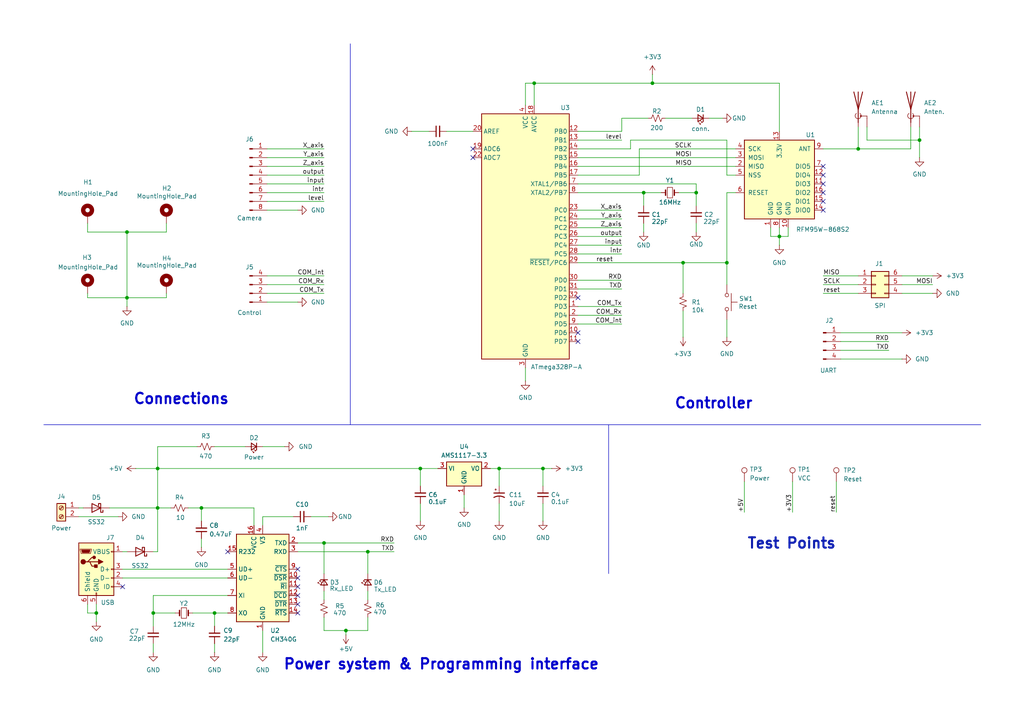
<source format=kicad_sch>
(kicad_sch (version 20231120) (generator "eeschema") (generator_version "8.0")
  (paper "A4")
  (title_block (title "Communication board schematic") (date "2024-07-08") (company "SCHOOL OF AIR DEFENCE - TANGA"))
  (lib_symbols
    (symbol "Connector:Conn_01x04_Pin" (pin_names (offset 1.016) hide)
      (property "Reference" "J" (at 0 5.08 0))
      (property "Value" "Conn_01x04_Pin" (at 0 -7.62 0))
      (symbol "Conn_01x04_Pin_1_1"
        (pin passive line (at 5.08 2.54 180) (length 3.81) (name "Pin_1") (number "1"))
        (pin passive line (at 5.08 0 180) (length 3.81) (name "Pin_2") (number "2"))
        (pin passive line (at 5.08 -2.54 180) (length 3.81) (name "Pin_3") (number "3"))
        (pin passive line (at 5.08 -5.08 180) (length 3.81) (name "Pin_4") (number "4"))
      )
    )
    (symbol "Connector:Conn_01x08_Pin" (pin_names (offset 1.016) hide)
      (property "Reference" "J" (at 0 10.16 0))
      (property "Value" "Conn_01x08_Pin" (at 0 -12.7 0))
      (symbol "Conn_01x08_Pin_1_1"
        (pin passive line (at 5.08 7.62 180) (length 3.81) (name "Pin_1") (number "1"))
        (pin passive line (at 5.08 5.08 180) (length 3.81) (name "Pin_2") (number "2"))
        (pin passive line (at 5.08 2.54 180) (length 3.81) (name "Pin_3") (number "3"))
        (pin passive line (at 5.08 0 180) (length 3.81) (name "Pin_4") (number "4"))
        (pin passive line (at 5.08 -2.54 180) (length 3.81) (name "Pin_5") (number "5"))
        (pin passive line (at 5.08 -5.08 180) (length 3.81) (name "Pin_6") (number "6"))
        (pin passive line (at 5.08 -7.62 180) (length 3.81) (name "Pin_7") (number "7"))
        (pin passive line (at 5.08 -10.16 180) (length 3.81) (name "Pin_8") (number "8"))
      )
    )
    (symbol "Connector:Screw_Terminal_01x02" (pin_names (offset 1.016) hide)
      (property "Reference" "J" (at 0 2.54 0))
      (property "Value" "Screw_Terminal_01x02" (at 0 -5.08 0))
      (symbol "Screw_Terminal_01x02_1_1"
        (pin passive line (at -5.08 0 0) (length 3.81) (name "Pin_1") (number "1"))
        (pin passive line (at -5.08 -2.54 0) (length 3.81) (name "Pin_2") (number "2"))
      )
    )
    (symbol "Connector:TestPoint" (pin_numbers hide) (pin_names (offset 0.762) hide)
      (property "Reference" "TP" (at 0 6.858 0))
      (property "Value" "TestPoint" (at 0 5.08 0))
      (symbol "TestPoint_1_1"
        (pin passive line (at 0 0 90) (length 2.54) (name "1") (number "1"))
      )
    )
    (symbol "Connector:USB_B_Micro" (pin_names (offset 1.016))
      (property "Reference" "J" (at -5.08 11.43 0))
      (property "Value" "USB_B_Micro" (at -5.08 8.89 0))
      (symbol "USB_B_Micro_1_1"
        (pin power_out line (at 7.62 5.08 180) (length 2.54) (name "VBUS") (number "1"))
        (pin bidirectional line (at 7.62 -2.54 180) (length 2.54) (name "D-") (number "2"))
        (pin bidirectional line (at 7.62 0 180) (length 2.54) (name "D+") (number "3"))
        (pin passive line (at 7.62 -5.08 180) (length 2.54) (name "ID") (number "4"))
        (pin power_out line (at 0 -10.16 90) (length 2.54) (name "GND") (number "5"))
        (pin passive line (at -2.54 -10.16 90) (length 2.54) (name "Shield") (number "6"))
      )
    )
    (symbol "Connector_Generic:Conn_02x03_Counter_Clockwise" (pin_names (offset 1.016) hide)
      (property "Reference" "J" (at 1.27 5.08 0))
      (property "Value" "Conn_02x03_Counter_Clockwise" (at 1.27 -5.08 0))
      (symbol "Conn_02x03_Counter_Clockwise_1_1"
        (pin passive line (at -5.08 2.54 0) (length 3.81) (name "Pin_1") (number "1"))
        (pin passive line (at -5.08 0 0) (length 3.81) (name "Pin_2") (number "2"))
        (pin passive line (at -5.08 -2.54 0) (length 3.81) (name "Pin_3") (number "3"))
        (pin passive line (at 7.62 -2.54 180) (length 3.81) (name "Pin_4") (number "4"))
        (pin passive line (at 7.62 0 180) (length 3.81) (name "Pin_5") (number "5"))
        (pin passive line (at 7.62 2.54 180) (length 3.81) (name "Pin_6") (number "6"))
      )
    )
    (symbol "Device:Antenna_Shield" (pin_numbers hide) (pin_names (offset 1.016) hide)
      (property "Reference" "AE" (at -1.905 4.445 0))
      (property "Value" "Antenna_Shield" (at -1.905 2.54 0))
      (symbol "Antenna_Shield_1_1"
        (pin input line (at 0 -5.08 90) (length 2.54) (name "A") (number "1"))
        (pin input line (at 2.54 -5.08 90) (length 2.54) (name "Shield") (number "2"))
      )
    )
    (symbol "Device:C_Polarized_Small_US" (pin_numbers hide) (pin_names (offset 0.254) hide)
      (property "Reference" "C" (at 0.254 1.778 0))
      (property "Value" "C_Polarized_Small_US" (at 0.254 -2.032 0))
      (symbol "C_Polarized_Small_US_1_1"
        (pin passive line (at 0 2.54 270) (length 2.032) (name "~") (number "1"))
        (pin passive line (at 0 -2.54 90) (length 2.032) (name "~") (number "2"))
      )
    )
    (symbol "Device:C_Small" (pin_numbers hide) (pin_names (offset 0.254) hide)
      (property "Reference" "C" (at 0.254 1.778 0))
      (property "Value" "C_Small" (at 0.254 -2.032 0))
      (symbol "C_Small_1_1"
        (pin passive line (at 0 2.54 270) (length 2.032) (name "~") (number "1"))
        (pin passive line (at 0 -2.54 90) (length 2.032) (name "~") (number "2"))
      )
    )
    (symbol "Device:Crystal_Small" (pin_numbers hide) (pin_names (offset 1.016) hide)
      (property "Reference" "Y" (at 0 2.54 0))
      (property "Value" "Crystal_Small" (at 0 -2.54 0))
      (symbol "Crystal_Small_1_1"
        (pin passive line (at -2.54 0 0) (length 1.27) (name "1") (number "1"))
        (pin passive line (at 2.54 0 180) (length 1.27) (name "2") (number "2"))
      )
    )
    (symbol "Device:LED_Small" (pin_numbers hide) (pin_names (offset 0.254) hide)
      (property "Reference" "D" (at -1.27 3.175 0))
      (property "Value" "LED_Small" (at -4.445 -2.54 0))
      (symbol "LED_Small_1_1"
        (pin passive line (at -2.54 0 0) (length 1.778) (name "K") (number "1"))
        (pin passive line (at 2.54 0 180) (length 1.778) (name "A") (number "2"))
      )
    )
    (symbol "Device:R_Small_US" (pin_numbers hide) (pin_names (offset 0.254) hide)
      (property "Reference" "R" (at 0.762 0.508 0))
      (property "Value" "R_Small_US" (at 0.762 -1.016 0))
      (symbol "R_Small_US_1_1"
        (pin passive line (at 0 2.54 270) (length 1.016) (name "~") (number "1"))
        (pin passive line (at 0 -2.54 90) (length 1.016) (name "~") (number "2"))
      )
    )
    (symbol "Diode:SS32" (pin_numbers hide) (pin_names (offset 1.016) hide)
      (property "Reference" "D" (at 0 2.54 0))
      (property "Value" "SS32" (at 0 -2.54 0))
      (symbol "SS32_1_1"
        (pin passive line (at -3.81 0 0) (length 2.54) (name "K") (number "1"))
        (pin passive line (at 3.81 0 180) (length 2.54) (name "A") (number "2"))
      )
    )
    (symbol "Interface_USB:CH340G"
      (property "Reference" "U" (at -5.08 13.97 0))
      (property "Value" "CH340G" (at 1.27 13.97 0))
      (symbol "CH340G_1_1"
        (pin power_in line (at 0 -15.24 90) (length 2.54) (name "GND") (number "1"))
        (pin input line (at 10.16 0 180) (length 2.54) (name "~{DSR}") (number "10"))
        (pin input line (at 10.16 -2.54 180) (length 2.54) (name "~{RI}") (number "11"))
        (pin input line (at 10.16 -5.08 180) (length 2.54) (name "~{DCD}") (number "12"))
        (pin output line (at 10.16 -7.62 180) (length 2.54) (name "~{DTR}") (number "13"))
        (pin output line (at 10.16 -10.16 180) (length 2.54) (name "~{RTS}") (number "14"))
        (pin input line (at -10.16 7.62 0) (length 2.54) (name "R232") (number "15"))
        (pin power_in line (at -2.54 15.24 270) (length 2.54) (name "VCC") (number "16"))
        (pin output line (at 10.16 10.16 180) (length 2.54) (name "TXD") (number "2"))
        (pin input line (at 10.16 7.62 180) (length 2.54) (name "RXD") (number "3"))
        (pin power_out line (at 0 15.24 270) (length 2.54) (name "V3") (number "4"))
        (pin bidirectional line (at -10.16 2.54 0) (length 2.54) (name "UD+") (number "5"))
        (pin bidirectional line (at -10.16 0 0) (length 2.54) (name "UD-") (number "6"))
        (pin input line (at -10.16 -5.08 0) (length 2.54) (name "XI") (number "7"))
        (pin output line (at -10.16 -10.16 0) (length 2.54) (name "XO") (number "8"))
        (pin input line (at 10.16 2.54 180) (length 2.54) (name "~{CTS}") (number "9"))
      )
    )
    (symbol "MCU_Microchip_ATmega:ATmega328P-A"
      (property "Reference" "U" (at -12.7 36.83 0))
      (property "Value" "ATmega328P-A" (at 2.54 -36.83 0))
      (symbol "ATmega328P-A_1_1"
        (pin bidirectional line (at 15.24 -20.32 180) (length 2.54) (name "PD3") (number "1"))
        (pin bidirectional line (at 15.24 -27.94 180) (length 2.54) (name "PD6") (number "10"))
        (pin bidirectional line (at 15.24 -30.48 180) (length 2.54) (name "PD7") (number "11"))
        (pin bidirectional line (at 15.24 30.48 180) (length 2.54) (name "PB0") (number "12"))
        (pin bidirectional line (at 15.24 27.94 180) (length 2.54) (name "PB1") (number "13"))
        (pin bidirectional line (at 15.24 25.4 180) (length 2.54) (name "PB2") (number "14"))
        (pin bidirectional line (at 15.24 22.86 180) (length 2.54) (name "PB3") (number "15"))
        (pin bidirectional line (at 15.24 20.32 180) (length 2.54) (name "PB4") (number "16"))
        (pin bidirectional line (at 15.24 17.78 180) (length 2.54) (name "PB5") (number "17"))
        (pin power_in line (at 2.54 38.1 270) (length 2.54) (name "AVCC") (number "18"))
        (pin input line (at -15.24 25.4 0) (length 2.54) (name "ADC6") (number "19"))
        (pin bidirectional line (at 15.24 -22.86 180) (length 2.54) (name "PD4") (number "2"))
        (pin passive line (at -15.24 30.48 0) (length 2.54) (name "AREF") (number "20"))
        (pin passive line (at 0 -38.1 90) (length 2.54) hide (name "GND") (number "21"))
        (pin input line (at -15.24 22.86 0) (length 2.54) (name "ADC7") (number "22"))
        (pin bidirectional line (at 15.24 7.62 180) (length 2.54) (name "PC0") (number "23"))
        (pin bidirectional line (at 15.24 5.08 180) (length 2.54) (name "PC1") (number "24"))
        (pin bidirectional line (at 15.24 2.54 180) (length 2.54) (name "PC2") (number "25"))
        (pin bidirectional line (at 15.24 0 180) (length 2.54) (name "PC3") (number "26"))
        (pin bidirectional line (at 15.24 -2.54 180) (length 2.54) (name "PC4") (number "27"))
        (pin bidirectional line (at 15.24 -5.08 180) (length 2.54) (name "PC5") (number "28"))
        (pin bidirectional line (at 15.24 -7.62 180) (length 2.54) (name "~{RESET}/PC6") (number "29"))
        (pin power_in line (at 0 -38.1 90) (length 2.54) (name "GND") (number "3"))
        (pin bidirectional line (at 15.24 -12.7 180) (length 2.54) (name "PD0") (number "30"))
        (pin bidirectional line (at 15.24 -15.24 180) (length 2.54) (name "PD1") (number "31"))
        (pin bidirectional line (at 15.24 -17.78 180) (length 2.54) (name "PD2") (number "32"))
        (pin power_in line (at 0 38.1 270) (length 2.54) (name "VCC") (number "4"))
        (pin passive line (at 0 -38.1 90) (length 2.54) hide (name "GND") (number "5"))
        (pin passive line (at 0 38.1 270) (length 2.54) hide (name "VCC") (number "6"))
        (pin bidirectional line (at 15.24 15.24 180) (length 2.54) (name "XTAL1/PB6") (number "7"))
        (pin bidirectional line (at 15.24 12.7 180) (length 2.54) (name "XTAL2/PB7") (number "8"))
        (pin bidirectional line (at 15.24 -25.4 180) (length 2.54) (name "PD5") (number "9"))
      )
    )
    (symbol "Mechanical:MountingHole_Pad" (pin_numbers hide) (pin_names (offset 1.016) hide) (exclude_from_sim yes) (in_bom no)
      (property "Reference" "H" (at 0 6.35 0))
      (property "Value" "MountingHole_Pad" (at 0 4.445 0))
      (symbol "MountingHole_Pad_1_1"
        (pin input line (at 0 -2.54 90) (length 2.54) (name "1") (number "1"))
      )
    )
    (symbol "RF_Module:RFM95W-868S2" (pin_names (offset 1.016))
      (property "Reference" "U" (at -10.414 11.684 0))
      (property "Value" "RFM95W-868S2" (at 1.524 11.43 0))
      (symbol "RFM95W-868S2_1_1"
        (pin power_in line (at -2.54 -15.24 90) (length 2.54) (name "GND") (number "1"))
        (pin power_in line (at 2.54 -15.24 90) (length 2.54) (name "GND") (number "10"))
        (pin bidirectional line (at 12.7 -2.54 180) (length 2.54) (name "DIO3") (number "11"))
        (pin bidirectional line (at 12.7 0 180) (length 2.54) (name "DIO4") (number "12"))
        (pin power_in line (at 0 12.7 270) (length 2.54) (name "3.3V") (number "13"))
        (pin bidirectional line (at 12.7 -10.16 180) (length 2.54) (name "DIO0") (number "14"))
        (pin bidirectional line (at 12.7 -7.62 180) (length 2.54) (name "DIO1") (number "15"))
        (pin bidirectional line (at 12.7 -5.08 180) (length 2.54) (name "DIO2") (number "16"))
        (pin output line (at -12.7 2.54 0) (length 2.54) (name "MISO") (number "2"))
        (pin input line (at -12.7 5.08 0) (length 2.54) (name "MOSI") (number "3"))
        (pin input line (at -12.7 7.62 0) (length 2.54) (name "SCK") (number "4"))
        (pin input line (at -12.7 0 0) (length 2.54) (name "NSS") (number "5"))
        (pin bidirectional line (at -12.7 -5.08 0) (length 2.54) (name "RESET") (number "6"))
        (pin bidirectional line (at 12.7 2.54 180) (length 2.54) (name "DIO5") (number "7"))
        (pin power_in line (at 0 -15.24 90) (length 2.54) (name "GND") (number "8"))
        (pin bidirectional line (at 12.7 7.62 180) (length 2.54) (name "ANT") (number "9"))
      )
    )
    (symbol "Regulator_Linear:AMS1117-3.3"
      (property "Reference" "U" (at -3.81 3.175 0))
      (property "Value" "AMS1117-3.3" (at 0 3.175 0))
      (symbol "AMS1117-3.3_1_1"
        (pin power_in line (at 0 -7.62 90) (length 2.54) (name "GND") (number "1"))
        (pin power_out line (at 7.62 0 180) (length 2.54) (name "VO") (number "2"))
        (pin power_in line (at -7.62 0 0) (length 2.54) (name "VI") (number "3"))
      )
    )
    (symbol "Switch:SW_Push" (pin_numbers hide) (pin_names (offset 1.016) hide)
      (property "Reference" "SW" (at 1.27 2.54 0))
      (property "Value" "SW_Push" (at 0 -1.524 0))
      (symbol "SW_Push_0_1"
        (pin passive line (at -5.08 0 0) (length 2.54) (name "1") (number "1"))
        (pin passive line (at 5.08 0 180) (length 2.54) (name "2") (number "2"))
      )
    )
    (symbol "power:+5V" (power) (pin_numbers hide) (pin_names (offset 0) hide)
      (property "Value" "+5V" (at 0 3.556 0))
      (symbol "+5V_1_1"
        (pin power_in line (at 0 0 90) (length 0) (name "~") (number "1"))
      )
    )
    (symbol "power:GND" (power) (pin_numbers hide) (pin_names (offset 0) hide)
      (property "Value" "GND" (at 0 -3.81 0))
      (symbol "GND_1_1"
        (pin power_in line (at 0 0 270) (length 0) (name "~") (number "1"))
      )
    )
  )
  (junction (at 198.12 76.2))
  (junction (at 144.78 135.89))
  (junction (at 93.98 157.48))
  (junction (at 186.69 55.88))
  (junction (at 154.94 24.13))
  (junction (at 248.92 43.18))
  (junction (at 189.23 24.13))
  (junction (at 201.93 55.88))
  (junction (at 266.7 40.64))
  (junction (at 226.06 68.58))
  (junction (at 100.33 182.88))
  (junction (at 62.23 177.8))
  (junction (at 121.92 135.89))
  (junction (at 45.72 135.89))
  (junction (at 210.82 76.2))
  (junction (at 27.94 177.8))
  (junction (at 157.48 135.89))
  (junction (at 36.83 86.36))
  (junction (at 44.45 177.8))
  (junction (at 45.72 147.32))
  (junction (at 36.83 67.31))
  (junction (at 58.42 147.32))
  (junction (at 106.68 160.02))
  (no_connect (at 167.64 96.52))
  (no_connect (at 86.36 175.26))
  (no_connect (at 238.76 60.96))
  (no_connect (at 35.56 170.18))
  (no_connect (at 137.16 45.72))
  (no_connect (at 86.36 170.18))
  (no_connect (at 137.16 43.18))
  (no_connect (at 238.76 58.42))
  (no_connect (at 86.36 165.1))
  (no_connect (at 66.04 160.02))
  (no_connect (at 238.76 48.26))
  (no_connect (at 86.36 172.72))
  (no_connect (at 238.76 50.8))
  (no_connect (at 86.36 177.8))
  (no_connect (at 238.76 55.88))
  (no_connect (at 86.36 167.64))
  (no_connect (at 167.64 99.06))
  (no_connect (at 238.76 53.34))
  (no_connect (at 167.64 86.36))
  (wire (pts (xy 22.86 149.86) (xy 34.29 149.86)))
  (wire (pts (xy 167.64 93.98) (xy 180.34 93.98)))
  (wire (pts (xy 251.46 36.83) (xy 251.46 40.64)))
  (wire (pts (xy 157.48 135.89) (xy 160.02 135.89)))
  (wire (pts (xy 62.23 129.54) (xy 71.12 129.54)))
  (wire (pts (xy 25.4 175.26) (xy 25.4 177.8)))
  (wire (pts (xy 243.84 96.52) (xy 261.62 96.52)))
  (wire (pts (xy 210.82 40.64) (xy 210.82 50.8)))
  (wire (pts (xy 25.4 85.09) (xy 25.4 86.36)))
  (wire (pts (xy 62.23 177.8) (xy 62.23 181.61)))
  (wire (pts (xy 48.26 67.31) (xy 36.83 67.31)))
  (wire (pts (xy 93.98 179.07) (xy 93.98 182.88)))
  (wire (pts (xy 185.42 43.18) (xy 185.42 50.8)))
  (wire (pts (xy 210.82 55.88) (xy 210.82 76.2)))
  (wire (pts (xy 226.06 66.04) (xy 226.06 68.58)))
  (wire (pts (xy 90.17 149.86) (xy 95.25 149.86)))
  (wire (pts (xy 35.56 167.64) (xy 66.04 167.64)))
  (wire (pts (xy 213.36 55.88) (xy 210.82 55.88)))
  (wire (pts (xy 167.64 68.58) (xy 180.34 68.58)))
  (wire (pts (xy 185.42 43.18) (xy 213.36 43.18)))
  (wire (pts (xy 45.72 147.32) (xy 45.72 160.02)))
  (wire (pts (xy 157.48 135.89) (xy 157.48 140.97)))
  (wire (pts (xy 189.23 21.59) (xy 189.23 24.13)))
  (wire (pts (xy 154.94 24.13) (xy 154.94 30.48)))
  (wire (pts (xy 44.45 177.8) (xy 44.45 181.61)))
  (wire (pts (xy 36.83 86.36) (xy 36.83 88.9)))
  (wire (pts (xy 100.33 182.88) (xy 100.33 184.15)))
  (wire (pts (xy 261.62 80.01) (xy 270.51 80.01)))
  (wire (pts (xy 77.47 58.42) (xy 93.98 58.42)))
  (wire (pts (xy 226.06 38.1) (xy 226.06 24.13)))
  (wire (pts (xy 201.93 53.34) (xy 201.93 55.88)))
  (wire (pts (xy 44.45 160.02) (xy 45.72 160.02)))
  (wire (pts (xy 223.52 66.04) (xy 223.52 68.58)))
  (wire (pts (xy 201.93 55.88) (xy 201.93 59.69)))
  (wire (pts (xy 36.83 86.36) (xy 48.26 86.36)))
  (wire (pts (xy 266.7 40.64) (xy 266.7 45.72)))
  (polyline (pts (xy 12.7 123.19) (xy 176.53 123.19)))
  (wire (pts (xy 167.64 73.66) (xy 180.34 73.66)))
  (wire (pts (xy 76.2 149.86) (xy 76.2 152.4)))
  (wire (pts (xy 186.69 55.88) (xy 186.69 59.69)))
  (wire (pts (xy 35.56 160.02) (xy 36.83 160.02)))
  (wire (pts (xy 62.23 186.69) (xy 62.23 189.23)))
  (wire (pts (xy 93.98 171.45) (xy 93.98 173.99)))
  (wire (pts (xy 44.45 172.72) (xy 66.04 172.72)))
  (wire (pts (xy 77.47 80.01) (xy 93.98 80.01)))
  (wire (pts (xy 228.6 66.04) (xy 228.6 68.58)))
  (wire (pts (xy 119.38 38.1) (xy 124.46 38.1)))
  (wire (pts (xy 121.92 146.05) (xy 121.92 151.13)))
  (wire (pts (xy 82.55 129.54) (xy 76.2 129.54)))
  (wire (pts (xy 193.04 34.29) (xy 200.66 34.29)))
  (wire (pts (xy 106.68 182.88) (xy 106.68 179.07)))
  (wire (pts (xy 48.26 86.36) (xy 48.26 85.09)))
  (wire (pts (xy 210.82 50.8) (xy 213.36 50.8)))
  (wire (pts (xy 167.64 63.5) (xy 180.34 63.5)))
  (wire (pts (xy 93.98 157.48) (xy 114.3 157.48)))
  (wire (pts (xy 152.4 24.13) (xy 152.4 30.48)))
  (wire (pts (xy 198.12 76.2) (xy 198.12 85.09)))
  (wire (pts (xy 238.76 85.09) (xy 248.92 85.09)))
  (wire (pts (xy 210.82 82.55) (xy 210.82 76.2)))
  (wire (pts (xy 186.69 55.88) (xy 191.77 55.88)))
  (wire (pts (xy 238.76 82.55) (xy 248.92 82.55)))
  (wire (pts (xy 264.16 43.18) (xy 248.92 43.18)))
  (wire (pts (xy 77.47 87.63) (xy 86.36 87.63)))
  (wire (pts (xy 77.47 60.96) (xy 86.36 60.96)))
  (wire (pts (xy 39.37 135.89) (xy 45.72 135.89)))
  (wire (pts (xy 121.92 135.89) (xy 121.92 140.97)))
  (wire (pts (xy 129.54 38.1) (xy 137.16 38.1)))
  (wire (pts (xy 25.4 86.36) (xy 36.83 86.36)))
  (wire (pts (xy 25.4 177.8) (xy 27.94 177.8)))
  (wire (pts (xy 167.64 38.1) (xy 180.34 38.1)))
  (wire (pts (xy 261.62 82.55) (xy 270.51 82.55)))
  (wire (pts (xy 180.34 34.29) (xy 180.34 38.1)))
  (wire (pts (xy 248.92 36.83) (xy 248.92 43.18)))
  (wire (pts (xy 182.88 43.18) (xy 182.88 40.64)))
  (wire (pts (xy 45.72 135.89) (xy 121.92 135.89)))
  (wire (pts (xy 106.68 171.45) (xy 106.68 173.99)))
  (wire (pts (xy 36.83 67.31) (xy 25.4 67.31)))
  (wire (pts (xy 167.64 83.82) (xy 180.34 83.82)))
  (wire (pts (xy 209.55 34.29) (xy 205.74 34.29)))
  (polyline (pts (xy 176.53 123.19) (xy 176.53 166.37)))
  (wire (pts (xy 77.47 53.34) (xy 93.98 53.34)))
  (wire (pts (xy 93.98 182.88) (xy 100.33 182.88)))
  (wire (pts (xy 248.92 43.18) (xy 238.76 43.18)))
  (wire (pts (xy 31.75 147.32) (xy 45.72 147.32)))
  (wire (pts (xy 100.33 182.88) (xy 106.68 182.88)))
  (wire (pts (xy 266.7 40.64) (xy 266.7 36.83)))
  (wire (pts (xy 44.45 177.8) (xy 50.8 177.8)))
  (wire (pts (xy 77.47 43.18) (xy 93.98 43.18)))
  (wire (pts (xy 201.93 55.88) (xy 196.85 55.88)))
  (wire (pts (xy 44.45 172.72) (xy 44.45 177.8)))
  (wire (pts (xy 189.23 24.13) (xy 154.94 24.13)))
  (wire (pts (xy 93.98 157.48) (xy 93.98 166.37)))
  (wire (pts (xy 261.62 85.09) (xy 270.51 85.09)))
  (wire (pts (xy 77.47 55.88) (xy 93.98 55.88)))
  (wire (pts (xy 58.42 147.32) (xy 58.42 151.13)))
  (wire (pts (xy 167.64 45.72) (xy 213.36 45.72)))
  (wire (pts (xy 157.48 146.05) (xy 157.48 151.13)))
  (wire (pts (xy 134.62 143.51) (xy 134.62 147.32)))
  (wire (pts (xy 144.78 135.89) (xy 144.78 140.97)))
  (wire (pts (xy 223.52 68.58) (xy 226.06 68.58)))
  (wire (pts (xy 62.23 177.8) (xy 66.04 177.8)))
  (wire (pts (xy 106.68 160.02) (xy 106.68 166.37)))
  (wire (pts (xy 264.16 36.83) (xy 264.16 43.18)))
  (wire (pts (xy 77.47 45.72) (xy 93.98 45.72)))
  (wire (pts (xy 167.64 91.44) (xy 180.34 91.44)))
  (wire (pts (xy 229.87 139.7) (xy 229.87 148.59)))
  (wire (pts (xy 215.9 139.7) (xy 215.9 148.59)))
  (wire (pts (xy 86.36 160.02) (xy 106.68 160.02)))
  (wire (pts (xy 167.64 48.26) (xy 213.36 48.26)))
  (wire (pts (xy 167.64 40.64) (xy 180.34 40.64)))
  (wire (pts (xy 73.66 147.32) (xy 73.66 152.4)))
  (wire (pts (xy 106.68 160.02) (xy 114.3 160.02)))
  (wire (pts (xy 77.47 50.8) (xy 93.98 50.8)))
  (wire (pts (xy 226.06 24.13) (xy 189.23 24.13)))
  (wire (pts (xy 35.56 165.1) (xy 66.04 165.1)))
  (wire (pts (xy 77.47 85.09) (xy 93.98 85.09)))
  (wire (pts (xy 121.92 135.89) (xy 127 135.89)))
  (wire (pts (xy 167.64 76.2) (xy 198.12 76.2)))
  (wire (pts (xy 251.46 40.64) (xy 266.7 40.64)))
  (wire (pts (xy 85.09 149.86) (xy 76.2 149.86)))
  (wire (pts (xy 55.88 177.8) (xy 62.23 177.8)))
  (wire (pts (xy 22.86 147.32) (xy 24.13 147.32)))
  (wire (pts (xy 167.64 53.34) (xy 201.93 53.34)))
  (wire (pts (xy 36.83 67.31) (xy 36.83 86.36)))
  (wire (pts (xy 243.84 101.6) (xy 257.81 101.6)))
  (wire (pts (xy 243.84 99.06) (xy 257.81 99.06)))
  (wire (pts (xy 228.6 68.58) (xy 226.06 68.58)))
  (wire (pts (xy 167.64 60.96) (xy 180.34 60.96)))
  (wire (pts (xy 238.76 80.01) (xy 248.92 80.01)))
  (wire (pts (xy 185.42 50.8) (xy 167.64 50.8)))
  (wire (pts (xy 58.42 156.21) (xy 58.42 158.75)))
  (wire (pts (xy 45.72 129.54) (xy 45.72 135.89)))
  (wire (pts (xy 167.64 81.28) (xy 180.34 81.28)))
  (wire (pts (xy 198.12 97.79) (xy 198.12 90.17)))
  (wire (pts (xy 45.72 147.32) (xy 49.53 147.32)))
  (wire (pts (xy 167.64 55.88) (xy 186.69 55.88)))
  (wire (pts (xy 58.42 147.32) (xy 73.66 147.32)))
  (polyline (pts (xy 176.53 123.19) (xy 284.48 123.19)))
  (wire (pts (xy 48.26 64.77) (xy 48.26 67.31)))
  (wire (pts (xy 182.88 40.64) (xy 210.82 40.64)))
  (wire (pts (xy 27.94 177.8) (xy 27.94 180.34)))
  (wire (pts (xy 167.64 43.18) (xy 182.88 43.18)))
  (wire (pts (xy 243.84 104.14) (xy 261.62 104.14)))
  (wire (pts (xy 144.78 146.05) (xy 144.78 151.13)))
  (wire (pts (xy 167.64 88.9) (xy 180.34 88.9)))
  (wire (pts (xy 25.4 67.31) (xy 25.4 64.77)))
  (wire (pts (xy 57.15 129.54) (xy 45.72 129.54)))
  (wire (pts (xy 27.94 175.26) (xy 27.94 177.8)))
  (wire (pts (xy 186.69 64.77) (xy 186.69 67.31)))
  (wire (pts (xy 152.4 106.68) (xy 152.4 110.49)))
  (wire (pts (xy 86.36 157.48) (xy 93.98 157.48)))
  (wire (pts (xy 242.57 139.7) (xy 242.57 148.59)))
  (wire (pts (xy 54.61 147.32) (xy 58.42 147.32)))
  (wire (pts (xy 154.94 24.13) (xy 152.4 24.13)))
  (wire (pts (xy 77.47 82.55) (xy 93.98 82.55)))
  (wire (pts (xy 187.96 34.29) (xy 180.34 34.29)))
  (wire (pts (xy 198.12 76.2) (xy 210.82 76.2)))
  (polyline (pts (xy 101.6 12.7) (xy 101.6 123.19)))
  (wire (pts (xy 44.45 186.69) (xy 44.45 189.23)))
  (wire (pts (xy 76.2 182.88) (xy 76.2 189.23)))
  (wire (pts (xy 210.82 97.79) (xy 210.82 92.71)))
  (wire (pts (xy 142.24 135.89) (xy 144.78 135.89)))
  (wire (pts (xy 45.72 135.89) (xy 45.72 147.32)))
  (wire (pts (xy 201.93 64.77) (xy 201.93 67.31)))
  (wire (pts (xy 167.64 71.12) (xy 180.34 71.12)))
  (wire (pts (xy 144.78 135.89) (xy 157.48 135.89)))
  (wire (pts (xy 167.64 66.04) (xy 180.34 66.04)))
  (wire (pts (xy 77.47 48.26) (xy 93.98 48.26)))
  (wire (pts (xy 226.06 68.58) (xy 226.06 71.12)))
  (text "Test Points\n" (at 229.616 157.734 0) (effects (font (size 3 3) (thickness 0.6) (bold yes))))
  (text "Power system & Programming interface" (at 128.016 192.786 0) (effects (font (size 3 3) (bold yes))))
  (text "Connections" (at 52.578 115.824 0) (effects (font (size 3 3) (thickness 0.6) (bold yes))))
  (text "Controller" (at 207.01 117.094 0) (effects (font (size 3 3) (thickness 0.6) (bold yes))))
  (label "level" (at 180.34 40.64 180))
  (label "Z_axis" (at 180.34 66.04 180))
  (label "intr" (at 180.34 73.66 180))
  (label "Z_axis" (at 93.98 48.26 180))
  (label "X_axis" (at 180.34 60.96 180))
  (label "SCLK" (at 200.66 43.18 180))
  (label "intr" (at 93.98 55.88 180))
  (label "Y_axis" (at 180.34 63.5 180))
  (label "output" (at 180.34 68.58 180))
  (label "reset" (at 242.57 148.59 90))
  (label "TXD" (at 180.34 83.82 180))
  (label "input" (at 93.98 53.34 180))
  (label "input" (at 180.34 71.12 180))
  (label "SCLK" (at 238.76 82.55 0))
  (label "RXD" (at 114.3 157.48 180))
  (label "MOSI" (at 200.66 45.72 180))
  (label "MISO" (at 200.66 48.26 180))
  (label "COM_Rx" (at 93.98 82.55 180))
  (label "level" (at 93.98 58.42 180))
  (label "+3V3" (at 229.87 148.59 90))
  (label "TXD" (at 114.3 160.02 180))
  (label "COM_int" (at 180.34 93.98 180))
  (label "reset" (at 238.76 85.09 0))
  (label "RXD" (at 257.81 99.06 180))
  (label "COM_Rx" (at 180.34 91.44 180))
  (label "X_axis" (at 93.98 43.18 180))
  (label "Y_axis" (at 93.98 45.72 180))
  (label "COM_int" (at 93.98 80.01 180))
  (label "output" (at 93.98 50.8 180))
  (label "+5V" (at 215.9 148.59 90))
  (label "reset" (at 177.8 76.2 180))
  (label "COM_Tx" (at 180.34 88.9 180))
  (label "RXD" (at 180.34 81.28 180))
  (label "TXD" (at 257.81 101.6 180))
  (label "COM_Tx" (at 93.98 85.09 180))
  (label "MOSI" (at 270.51 82.55 180))
  (label "MISO" (at 238.76 80.01 0))
  (symbol (lib_id "power:GND") (at 134.62 147.32 0) (mirror y) (unit 1)
    (property "Reference" "#PWR019" (effects (hide yes)))
    (property "Value" "GND" (at 132.588 152.146 0) (effects (justify right)))
    (property "Description" "Power symbol creates a global label with name \"GND\" , ground" (effects (hide yes)))
  )
  (symbol (lib_id "Device:C_Small") (at 87.63 149.86 90) (unit 1)
    (property "Reference" "C10" (at 87.63 146.304 90))
    (property "Value" "1nF" (at 87.63 153.162 90))
    (property "Footprint" "Capacitor_SMD:C_0805_2012Metric_Pad1.18x1.45mm_HandSolder" (effects (hide yes)))
    (property "Description" "Unpolarized capacitor, small symbol" (effects (hide yes)))
  )
  (symbol (lib_id "power:GND") (at 44.45 189.23 0) (unit 1)
    (property "Reference" "#PWR026" (effects (hide yes)))
    (property "Value" "GND" (at 44.45 194.31 0))
    (property "Description" "Power symbol creates a global label with name \"GND\" , ground" (effects (hide yes)))
  )
  (symbol (lib_id "Device:C_Small") (at 201.93 62.23 180) (unit 1)
    (property "Reference" "C2" (at 204.216 62.23 0) (effects (justify right)))
    (property "Value" "22pF" (at 203.962 64.262 0) (effects (justify right)))
    (property "Footprint" "Capacitor_SMD:C_0805_2012Metric_Pad1.18x1.45mm_HandSolder" (effects (hide yes)))
    (property "Description" "Unpolarized capacitor, small symbol" (effects (hide yes)))
  )
  (symbol (lib_id "Mechanical:MountingHole_Pad") (at 25.4 82.55 0) (unit 1) (exclude_from_sim yes) (in_bom no)
    (property "Reference" "H3" (at 23.876 74.676 0) (effects (justify left)))
    (property "Value" "MountingHole_Pad" (at 16.764 77.47 0) (effects (justify left)))
    (property "Footprint" "MountingHole:MountingHole_2.2mm_M2_DIN965_Pad" (effects (hide yes)))
    (property "Description" "Mounting Hole with connection" (effects (hide yes)))
  )
  (symbol (lib_id "power:GND") (at 209.55 34.29 90) (unit 1)
    (property "Reference" "#PWR011" (effects (hide yes)))
    (property "Value" "GND" (at 214.376 34.29 90))
    (property "Description" "Power symbol creates a global label with name \"GND\" , ground" (effects (hide yes)))
  )
  (symbol (lib_id "power:GND") (at 266.7 45.72 0) (unit 1)
    (property "Reference" "#PWR012" (effects (hide yes)))
    (property "Value" "GND" (at 266.7 50.546 0))
    (property "Description" "Power symbol creates a global label with name \"GND\" , ground" (effects (hide yes)))
  )
  (symbol (lib_id "Device:C_Small") (at 62.23 184.15 180) (unit 1)
    (property "Reference" "C9" (at 64.77 182.8735 0) (effects (justify right)))
    (property "Value" "22pF" (at 64.77 185.4135 0) (effects (justify right)))
    (property "Footprint" "Capacitor_SMD:C_0805_2012Metric_Pad1.18x1.45mm_HandSolder" (effects (hide yes)))
    (property "Description" "Unpolarized capacitor, small symbol" (effects (hide yes)))
  )
  (symbol (lib_id "power:+5V") (at 189.23 21.59 0) (mirror y) (unit 1)
    (property "Reference" "#PWR09" (effects (hide yes)))
    (property "Value" "+3V3" (at 189.23 16.51 0))
    (property "Description" "Power symbol creates a global label with name \"+5V\"" (effects (hide yes)))
  )
  (symbol (lib_id "Connector:TestPoint") (at 242.57 139.7 0) (unit 1) (exclude_from_sim yes) (in_bom no)
    (property "Reference" "TP2" (at 244.602 136.398 0) (effects (justify left)))
    (property "Value" "Reset" (at 244.602 138.938 0) (effects (justify left)))
    (property "Footprint" "TestPoint:TestPoint_Pad_D1.0mm" (effects (hide yes)))
    (property "Description" "test point" (effects (hide yes)))
  )
  (symbol (lib_id "Device:C_Small") (at 121.92 143.51 180) (unit 1)
    (property "Reference" "C6" (at 124.206 143.51 0) (effects (justify right)))
    (property "Value" "0.1uF" (at 124.206 145.542 0) (effects (justify right)))
    (property "Footprint" "Capacitor_SMD:C_0805_2012Metric_Pad1.18x1.45mm_HandSolder" (effects (hide yes)))
    (property "Description" "Unpolarized capacitor, small symbol" (effects (hide yes)))
  )
  (symbol (lib_id "power:GND") (at 34.29 149.86 90) (unit 1)
    (property "Reference" "#PWR025" (effects (hide yes)))
    (property "Value" "GND" (at 38.1 149.8599 90) (effects (justify right)))
    (property "Description" "Power symbol creates a global label with name \"GND\" , ground" (effects (hide yes)))
  )
  (symbol (lib_id "Device:LED_Small") (at 106.68 168.91 90) (mirror x) (unit 1)
    (property "Reference" "D6" (at 109.728 168.91 90))
    (property "Value" "Tx_LED" (at 111.76 170.942 90))
    (property "Footprint" "LED_SMD:LED_1206_3216Metric" (effects (hide yes)))
    (property "Description" "Light emitting diode, small symbol" (effects (hide yes)))
  )
  (symbol (lib_id "Mechanical:MountingHole_Pad") (at 48.26 82.55 0) (unit 1) (exclude_from_sim yes) (in_bom no)
    (property "Reference" "H4" (at 46.99 74.93 0) (effects (justify left)))
    (property "Value" "MountingHole_Pad" (at 39.624 76.962 0) (effects (justify left)))
    (property "Footprint" "MountingHole:MountingHole_2.2mm_M2_DIN965_Pad" (effects (hide yes)))
    (property "Description" "Mounting Hole with connection" (effects (hide yes)))
  )
  (symbol (lib_id "Device:Antenna_Shield") (at 248.92 31.75 0) (unit 1)
    (property "Reference" "AE1" (at 252.73 29.8449 0) (effects (justify left)))
    (property "Value" "Antenna" (at 252.73 32.3849 0) (effects (justify left)))
    (property "Footprint" "Connector_Coaxial:MMCX_Molex_73415-1471_Vertical" (effects (hide yes)))
    (property "Description" "Antenna with extra pin for shielding" (effects (hide yes)))
  )
  (symbol (lib_id "power:GND") (at 86.36 87.63 90) (unit 1)
    (property "Reference" "#PWR015" (effects (hide yes)))
    (property "Value" "GND" (at 90.17 87.6299 90) (effects (justify right)))
    (property "Description" "Power symbol creates a global label with name \"GND\" , ground" (effects (hide yes)))
  )
  (symbol (lib_id "power:GND") (at 152.4 110.49 0) (mirror y) (unit 1)
    (property "Reference" "#PWR08" (effects (hide yes)))
    (property "Value" "GND" (at 150.368 115.316 0) (effects (justify right)))
    (property "Description" "Power symbol creates a global label with name \"GND\" , ground" (effects (hide yes)))
  )
  (symbol (lib_id "Device:R_Small_US") (at 52.07 147.32 90) (unit 1)
    (property "Reference" "R4" (at 52.07 144.272 90))
    (property "Value" "10" (at 52.324 150.114 90))
    (property "Footprint" "Resistor_SMD:R_0805_2012Metric_Pad1.20x1.40mm_HandSolder" (effects (hide yes)))
    (property "Description" "Resistor, small US symbol" (effects (hide yes)))
  )
  (symbol (lib_id "Connector:Conn_01x08_Pin") (at 72.39 50.8 0) (unit 1)
    (property "Reference" "J6" (at 72.39 40.386 0))
    (property "Value" "Camera" (at 72.39 63.246 0))
    (property "Footprint" "Connector_Wuerth:Wuerth_WR-WTB_64800811622_1x08_P1.50mm_Vertical" (effects (hide yes)))
    (property "Description" "Generic connector, single row, 01x08, script generated" (effects (hide yes)))
  )
  (symbol (lib_id "power:GND") (at 226.06 71.12 0) (unit 1)
    (property "Reference" "#PWR07" (effects (hide yes)))
    (property "Value" "GND" (at 226.06 76.2 0))
    (property "Description" "Power symbol creates a global label with name \"GND\" , ground" (effects (hide yes)))
  )
  (symbol (lib_id "Switch:SW_Push") (at 210.82 87.63 270) (mirror x) (unit 1)
    (property "Reference" "SW1" (at 216.408 86.614 90))
    (property "Value" "Reset" (at 216.916 88.9 90))
    (property "Footprint" "Button_Switch_SMD:SW_SPST_CK_RS282G05A3" (effects (hide yes)))
    (property "Description" "Push button switch, generic, two pins" (effects (hide yes)))
  )
  (symbol (lib_id "power:GND") (at 58.42 158.75 0) (unit 1)
    (property "Reference" "#PWR027" (effects (hide yes)))
    (property "Value" "GND" (at 58.42 163.83 0))
    (property "Description" "Power symbol creates a global label with name \"GND\" , ground" (effects (hide yes)))
  )
  (symbol (lib_id "power:GND") (at 270.51 85.09 90) (unit 1)
    (property "Reference" "#PWR04" (effects (hide yes)))
    (property "Value" "GND" (at 274.32 85.0899 90) (effects (justify right)))
    (property "Description" "Power symbol creates a global label with name \"GND\" , ground" (effects (hide yes)))
  )
  (symbol (lib_id "power:GND") (at 201.93 67.31 0) (unit 1)
    (property "Reference" "#PWR02" (effects (hide yes)))
    (property "Value" "GND" (at 201.93 70.866 0))
    (property "Description" "Power symbol creates a global label with name \"GND\" , ground" (effects (hide yes)))
  )
  (symbol (lib_id "power:GND") (at 157.48 151.13 0) (mirror y) (unit 1)
    (property "Reference" "#PWR016" (effects (hide yes)))
    (property "Value" "GND" (at 155.448 155.956 0) (effects (justify right)))
    (property "Description" "Power symbol creates a global label with name \"GND\" , ground" (effects (hide yes)))
  )
  (symbol (lib_id "Device:R_Small_US") (at 198.12 87.63 0) (mirror x) (unit 1)
    (property "Reference" "R1" (at 201.93 87.63 0))
    (property "Value" "10k" (at 202.438 89.916 0))
    (property "Footprint" "Resistor_SMD:R_0805_2012Metric_Pad1.20x1.40mm_HandSolder" (effects (hide yes)))
    (property "Description" "Resistor, small US symbol" (effects (hide yes)))
  )
  (symbol (lib_id "power:GND") (at 82.55 129.54 90) (unit 1)
    (property "Reference" "#PWR021" (effects (hide yes)))
    (property "Value" "GND" (at 88.646 129.54 90))
    (property "Description" "Power symbol creates a global label with name \"GND\" , ground" (effects (hide yes)))
  )
  (symbol (lib_id "Connector:Screw_Terminal_01x02") (at 17.78 147.32 0) (mirror y) (unit 1)
    (property "Reference" "J4" (at 17.78 144.018 0))
    (property "Value" "Power" (at 17.78 153.162 0))
    (property "Footprint" "Connector_JST:JST_PH_B2B-PH-K_1x02_P2.00mm_Vertical" (effects (hide yes)))
    (property "Description" "Generic screw terminal, single row, 01x02, script generated (kicad-library-utils/schlib/autogen/connector/)" (effects (hide yes)))
  )
  (symbol (lib_id "power:GND") (at 261.62 104.14 90) (unit 1)
    (property "Reference" "#PWR014" (effects (hide yes)))
    (property "Value" "GND" (at 265.43 104.1399 90) (effects (justify right)))
    (property "Description" "Power symbol creates a global label with name \"GND\" , ground" (effects (hide yes)))
  )
  (symbol (lib_id "Device:C_Small") (at 58.42 153.67 180) (unit 1)
    (property "Reference" "C8" (at 60.706 152.4 0) (effects (justify right)))
    (property "Value" "0.47uF" (at 60.706 154.94 0) (effects (justify right)))
    (property "Footprint" "Capacitor_SMD:C_0805_2012Metric_Pad1.18x1.45mm_HandSolder" (effects (hide yes)))
    (property "Description" "Unpolarized capacitor, small symbol" (effects (hide yes)))
  )
  (symbol (lib_id "Connector:TestPoint") (at 215.9 139.7 0) (unit 1) (exclude_from_sim yes) (in_bom no)
    (property "Reference" "TP3" (at 217.424 136.144 0) (effects (justify left)))
    (property "Value" "Power" (at 217.424 138.684 0) (effects (justify left)))
    (property "Footprint" "TestPoint:TestPoint_Pad_D1.0mm" (effects (hide yes)))
    (property "Description" "test point" (effects (hide yes)))
  )
  (symbol (lib_id "power:+5V") (at 39.37 135.89 90) (unit 1)
    (property "Reference" "#PWR031" (effects (hide yes)))
    (property "Value" "+5V" (at 35.56 135.8899 90) (effects (justify left)))
    (property "Description" "Power symbol creates a global label with name \"+5V\"" (effects (hide yes)))
  )
  (symbol (lib_id "RF_Module:RFM95W-868S2") (at 226.06 50.8 0) (unit 1)
    (property "Reference" "U1" (at 233.68 39.116 0) (effects (justify left)))
    (property "Value" "RFM95W-868S2" (at 230.886 66.548 0) (effects (justify left)))
    (property "Footprint" "RF_Module:HOPERF_RFM9XW_SMD" (effects (hide yes)))
    (property "Datasheet" "https://www.hoperf.com/data/upload/portal/20181127/5bfcbea20e9ef.pdf" (effects (hide yes)))
    (property "Description" "Low power long range transceiver module, SPI and parallel interface, 868 MHz, spreading factor 6 to12, bandwidth 7.8 to 500kHz, -111 to -148 dBm, SMD-16, DIP-16" (effects (hide yes)))
  )
  (symbol (lib_id "power:GND") (at 119.38 38.1 270) (unit 1)
    (property "Reference" "#PWR010" (effects (hide yes)))
    (property "Value" "GND" (at 115.57 38.0999 90) (effects (justify right)))
    (property "Description" "Power symbol creates a global label with name \"GND\" , ground" (effects (hide yes)))
  )
  (symbol (lib_id "Device:LED_Small") (at 73.66 129.54 180) (unit 1)
    (property "Reference" "D2" (at 73.66 127 0))
    (property "Value" "Power" (at 73.66 132.588 0))
    (property "Footprint" "LED_SMD:LED_1206_3216Metric" (effects (hide yes)))
    (property "Description" "Light emitting diode, small symbol" (effects (hide yes)))
  )
  (symbol (lib_id "power:+5V") (at 100.33 184.15 180) (unit 1)
    (property "Reference" "#PWR032" (effects (hide yes)))
    (property "Value" "+5V" (at 102.362 188.214 0) (effects (justify left)))
    (property "Description" "Power symbol creates a global label with name \"+5V\"" (effects (hide yes)))
  )
  (symbol (lib_id "power:GND") (at 36.83 88.9 0) (mirror y) (unit 1)
    (property "Reference" "#PWR023" (effects (hide yes)))
    (property "Value" "GND" (at 34.798 93.726 0) (effects (justify right)))
    (property "Description" "Power symbol creates a global label with name \"GND\" , ground" (effects (hide yes)))
  )
  (symbol (lib_id "Regulator_Linear:AMS1117-3.3") (at 134.62 135.89 0) (unit 1)
    (property "Reference" "U4" (at 134.62 129.54 0))
    (property "Value" "AMS1117-3.3" (at 134.62 132.08 0))
    (property "Footprint" "Package_TO_SOT_SMD:SOT-223-3_TabPin2" (effects (hide yes)))
    (property "Datasheet" "http://www.advanced-monolithic.com/pdf/ds1117.pdf" (effects (hide yes)))
    (property "Description" "1A Low Dropout regulator, positive, 3.3V fixed output, SOT-223" (effects (hide yes)))
  )
  (symbol (lib_id "power:GND") (at 27.94 180.34 0) (unit 1)
    (property "Reference" "#PWR024" (effects (hide yes)))
    (property "Value" "GND" (at 27.94 185.4442 0))
    (property "Description" "Power symbol creates a global label with name \"GND\" , ground" (effects (hide yes)))
  )
  (symbol (lib_id "Interface_USB:CH340G") (at 76.2 167.64 0) (unit 1)
    (property "Reference" "U2" (at 78.3941 182.88 0) (effects (justify left)))
    (property "Value" "CH340G" (at 78.3941 185.42 0) (effects (justify left)))
    (property "Footprint" "Package_SO:SOIC-16_3.9x9.9mm_P1.27mm" (effects (hide yes)))
    (property "Datasheet" "http://www.datasheet5.com/pdf-local-2195953" (effects (hide yes)))
    (property "Description" "USB serial converter, UART, SOIC-16" (effects (hide yes)))
  )
  (symbol (lib_id "Device:Antenna_Shield") (at 264.16 31.75 0) (unit 1)
    (property "Reference" "AE2" (at 267.97 29.8449 0) (effects (justify left)))
    (property "Value" "Anten." (at 267.97 32.3849 0) (effects (justify left)))
    (property "Footprint" "Connector_Coaxial:U.FL_Hirose_U.FL-R-SMT-1_Vertical" (effects (hide yes)))
    (property "Description" "Antenna with extra pin for shielding" (effects (hide yes)))
  )
  (symbol (lib_id "power:GND") (at 144.78 151.13 0) (mirror y) (unit 1)
    (property "Reference" "#PWR017" (effects (hide yes)))
    (property "Value" "GND" (at 142.748 155.956 0) (effects (justify right)))
    (property "Description" "Power symbol creates a global label with name \"GND\" , ground" (effects (hide yes)))
  )
  (symbol (lib_id "power:GND") (at 95.25 149.86 90) (unit 1)
    (property "Reference" "#PWR030" (effects (hide yes)))
    (property "Value" "GND" (at 98.044 149.86 90) (effects (justify right)))
    (property "Description" "Power symbol creates a global label with name \"GND\" , ground" (effects (hide yes)))
  )
  (symbol (lib_id "Device:Crystal_Small") (at 194.31 55.88 0) (unit 1)
    (property "Reference" "Y1" (at 194.31 52.324 0))
    (property "Value" "16MHz" (at 194.31 58.674 0))
    (property "Footprint" "Crystal:Crystal_SMD_HC49-SD" (effects (hide yes)))
    (property "Description" "Two pin crystal, small symbol" (effects (hide yes)))
  )
  (symbol (lib_id "power:GND") (at 186.69 67.31 0) (unit 1)
    (property "Reference" "#PWR01" (effects (hide yes)))
    (property "Value" "GND" (at 186.69 71.12 0))
    (property "Description" "Power symbol creates a global label with name \"GND\" , ground" (effects (hide yes)))
  )
  (symbol (lib_id "power:+5V") (at 261.62 96.52 270) (unit 1)
    (property "Reference" "#PWR013" (effects (hide yes)))
    (property "Value" "+3V3" (at 265.43 96.5199 90) (effects (justify left)))
    (property "Description" "Power symbol creates a global label with name \"+5V\"" (effects (hide yes)))
  )
  (symbol (lib_id "MCU_Microchip_ATmega:ATmega328P-A") (at 152.4 68.58 0) (unit 1)
    (property "Reference" "U3" (at 162.56 31.242 0) (effects (justify left)))
    (property "Value" "ATmega328P-A" (at 153.924 106.426 0) (effects (justify left)))
    (property "Footprint" "Package_QFP:TQFP-32_7x7mm_P0.8mm" (effects (hide yes)))
    (property "Datasheet" "http://ww1.microchip.com/downloads/en/DeviceDoc/ATmega328_P%20AVR%20MCU%20with%20picoPower%20Technology%20Data%20Sheet%2040001984A.pdf" (effects (hide yes)))
    (property "Description" "20MHz, 32kB Flash, 2kB SRAM, 1kB EEPROM, TQFP-32" (effects (hide yes)))
  )
  (symbol (lib_id "Diode:SS32") (at 40.64 160.02 180) (unit 1)
    (property "Reference" "D4" (at 40.64 155.956 0))
    (property "Value" "SS32" (at 40.64 164.084 0))
    (property "Footprint" "Diode_SMD:D_SMA" (effects (hide yes)))
    (property "Datasheet" "https://www.vishay.com/docs/88751/ss32.pdf" (effects (hide yes)))
    (property "Description" "20V 3A Schottky Diode, SMA" (effects (hide yes)))
  )
  (symbol (lib_id "Diode:SS32") (at 27.94 147.32 180) (unit 1)
    (property "Reference" "D5" (at 27.94 144.272 0))
    (property "Value" "SS32" (at 27.94 151.384 0))
    (property "Footprint" "Diode_SMD:D_SMA" (effects (hide yes)))
    (property "Datasheet" "https://www.vishay.com/docs/88751/ss32.pdf" (effects (hide yes)))
    (property "Description" "20V 3A Schottky Diode, SMA" (effects (hide yes)))
  )
  (symbol (lib_id "power:GND") (at 210.82 97.79 0) (mirror y) (unit 1)
    (property "Reference" "#PWR05" (effects (hide yes)))
    (property "Value" "GND" (at 208.788 102.616 0) (effects (justify right)))
    (property "Description" "Power symbol creates a global label with name \"GND\" , ground" (effects (hide yes)))
  )
  (symbol (lib_id "Device:LED_Small") (at 203.2 34.29 180) (unit 1)
    (property "Reference" "D1" (at 203.2 31.75 0))
    (property "Value" "conn." (at 203.2 37.338 0))
    (property "Footprint" "LED_SMD:LED_1206_3216Metric" (effects (hide yes)))
    (property "Description" "Light emitting diode, small symbol" (effects (hide yes)))
  )
  (symbol (lib_id "Device:Crystal_Small") (at 53.34 177.8 0) (unit 1)
    (property "Reference" "Y2" (at 53.34 175.006 0))
    (property "Value" "12MHz" (at 53.34 181.102 0))
    (property "Footprint" "Crystal:Crystal_SMD_HC49-SD" (effects (hide yes)))
    (property "Description" "Two pin crystal, small symbol" (effects (hide yes)))
  )
  (symbol (lib_id "Connector_Generic:Conn_02x03_Counter_Clockwise") (at 254 82.55 0) (unit 1)
    (property "Reference" "J1" (at 255.016 76.454 0))
    (property "Value" "SPI" (at 255.27 88.646 0))
    (property "Footprint" "Connector_PinHeader_2.54mm:PinHeader_2x03_P2.54mm_Vertical" (effects (hide yes)))
    (property "Description" "Generic connector, double row, 02x03, counter clockwise pin numbering scheme (similar to DIP package numbering), script generated (kicad-library-utils/schlib/autogen/connector/)" (effects (hide yes)))
  )
  (symbol (lib_id "Connector:Conn_01x04_Pin") (at 72.39 85.09 0) (mirror x) (unit 1)
    (property "Reference" "J5" (at 72.39 77.47 0))
    (property "Value" "Control" (at 72.39 90.678 0))
    (property "Footprint" "Connector_Wuerth:Wuerth_WR-WTB_64800411622_1x04_P1.50mm_Vertical" (effects (hide yes)))
    (property "Description" "Generic connector, single row, 01x04, script generated" (effects (hide yes)))
  )
  (symbol (lib_id "power:GND") (at 121.92 151.13 0) (mirror y) (unit 1)
    (property "Reference" "#PWR018" (effects (hide yes)))
    (property "Value" "GND" (at 119.888 155.956 0) (effects (justify right)))
    (property "Description" "Power symbol creates a global label with name \"GND\" , ground" (effects (hide yes)))
  )
  (symbol (lib_id "power:+5V") (at 270.51 80.01 270) (unit 1)
    (property "Reference" "#PWR03" (effects (hide yes)))
    (property "Value" "+3V3" (at 274.32 80.0099 90) (effects (justify left)))
    (property "Description" "Power symbol creates a global label with name \"+5V\"" (effects (hide yes)))
  )
  (symbol (lib_id "Connector:USB_B_Micro") (at 27.94 165.1 0) (unit 1)
    (property "Reference" "J7" (at 32.004 155.956 0))
    (property "Value" "USB" (at 31.242 174.752 0))
    (property "Footprint" "Connector_USB:USB_Micro-B_Molex_47346-0001" (effects (hide yes)))
    (property "Description" "USB Micro Type B connector" (effects (hide yes)))
  )
  (symbol (lib_id "Mechanical:MountingHole_Pad") (at 48.26 62.23 0) (unit 1) (exclude_from_sim yes) (in_bom no)
    (property "Reference" "H2" (at 46.99 54.61 0) (effects (justify left)))
    (property "Value" "MountingHole_Pad" (at 39.624 56.896 0) (effects (justify left)))
    (property "Footprint" "MountingHole:MountingHole_2.2mm_M2_DIN965_Pad" (effects (hide yes)))
    (property "Description" "Mounting Hole with connection" (effects (hide yes)))
  )
  (symbol (lib_id "Device:LED_Small") (at 93.98 168.91 90) (mirror x) (unit 1)
    (property "Reference" "D3" (at 97.028 168.91 90))
    (property "Value" "Rx_LED" (at 99.06 170.688 90))
    (property "Footprint" "LED_SMD:LED_1206_3216Metric" (effects (hide yes)))
    (property "Description" "Light emitting diode, small symbol" (effects (hide yes)))
  )
  (symbol (lib_id "Device:C_Small") (at 44.45 184.15 180) (unit 1)
    (property "Reference" "C7" (at 37.592 183.134 0) (effects (justify right)))
    (property "Value" "22pF" (at 37.338 185.166 0) (effects (justify right)))
    (property "Footprint" "Capacitor_SMD:C_0805_2012Metric_Pad1.18x1.45mm_HandSolder" (effects (hide yes)))
    (property "Description" "Unpolarized capacitor, small symbol" (effects (hide yes)))
  )
  (symbol (lib_id "power:GND") (at 76.2 189.23 0) (unit 1)
    (property "Reference" "#PWR029" (effects (hide yes)))
    (property "Value" "GND" (at 76.2 194.31 0))
    (property "Description" "Power symbol creates a global label with name \"GND\" , ground" (effects (hide yes)))
  )
  (symbol (lib_id "Device:C_Small") (at 157.48 143.51 180) (unit 1)
    (property "Reference" "C4" (at 159.766 143.51 0) (effects (justify right)))
    (property "Value" "0.1uF" (at 159.766 145.542 0) (effects (justify right)))
    (property "Footprint" "Capacitor_SMD:C_0805_2012Metric_Pad1.18x1.45mm_HandSolder" (effects (hide yes)))
    (property "Description" "Unpolarized capacitor, small symbol" (effects (hide yes)))
  )
  (symbol (lib_id "power:GND") (at 86.36 60.96 90) (unit 1)
    (property "Reference" "#PWR022" (effects (hide yes)))
    (property "Value" "GND" (at 90.17 60.9599 90) (effects (justify right)))
    (property "Description" "Power symbol creates a global label with name \"GND\" , ground" (effects (hide yes)))
  )
  (symbol (lib_id "Device:R_Small_US") (at 93.98 176.53 0) (mirror y) (unit 1)
    (property "Reference" "R5" (at 98.552 175.768 0))
    (property "Value" "470" (at 98.552 177.8 0))
    (property "Footprint" "Resistor_SMD:R_0805_2012Metric_Pad1.20x1.40mm_HandSolder" (effects (hide yes)))
    (property "Description" "Resistor, small US symbol" (effects (hide yes)))
  )
  (symbol (lib_id "Mechanical:MountingHole_Pad") (at 25.4 62.23 0) (unit 1) (exclude_from_sim yes) (in_bom no)
    (property "Reference" "H1" (at 24.13 52.832 0) (effects (justify left)))
    (property "Value" "MountingHole_Pad" (at 16.764 56.134 0) (effects (justify left)))
    (property "Footprint" "MountingHole:MountingHole_2.2mm_M2_DIN965_Pad" (effects (hide yes)))
    (property "Description" "Mounting Hole with connection" (effects (hide yes)))
  )
  (symbol (lib_id "Connector:TestPoint") (at 229.87 139.7 0) (unit 1) (exclude_from_sim yes) (in_bom no)
    (property "Reference" "TP1" (at 231.394 136.144 0) (effects (justify left)))
    (property "Value" "VCC" (at 231.394 138.684 0) (effects (justify left)))
    (property "Footprint" "TestPoint:TestPoint_Pad_D1.0mm" (effects (hide yes)))
    (property "Description" "test point" (effects (hide yes)))
  )
  (symbol (lib_id "Device:C_Small") (at 127 38.1 90) (unit 1)
    (property "Reference" "C3" (effects (hide yes)))
    (property "Value" "100nF" (at 127 41.656 90))
    (property "Footprint" "Capacitor_SMD:C_0805_2012Metric_Pad1.18x1.45mm_HandSolder" (effects (hide yes)))
    (property "Description" "Unpolarized capacitor, small symbol" (effects (hide yes)))
  )
  (symbol (lib_id "Connector:Conn_01x04_Pin") (at 238.76 99.06 0) (unit 1)
    (property "Reference" "J2" (at 240.538 92.964 0))
    (property "Value" "UART" (at 240.284 107.442 0))
    (property "Footprint" "Connector_PinHeader_2.54mm:PinHeader_1x04_P2.54mm_Vertical" (effects (hide yes)))
    (property "Description" "Generic connector, single row, 01x04, script generated" (effects (hide yes)))
  )
  (symbol (lib_id "power:+5V") (at 160.02 135.89 270) (mirror x) (unit 1)
    (property "Reference" "#PWR020" (effects (hide yes)))
    (property "Value" "+3V3" (at 163.83 135.8899 90) (effects (justify left)))
    (property "Description" "Power symbol creates a global label with name \"+5V\"" (effects (hide yes)))
  )
  (symbol (lib_id "Device:R_Small_US") (at 106.68 176.53 0) (mirror y) (unit 1)
    (property "Reference" "R6" (at 110.236 175.514 0))
    (property "Value" "470" (at 110.236 177.546 0))
    (property "Footprint" "Resistor_SMD:R_0805_2012Metric_Pad1.20x1.40mm_HandSolder" (effects (hide yes)))
    (property "Description" "Resistor, small US symbol" (effects (hide yes)))
  )
  (symbol (lib_id "Device:R_Small_US") (at 190.5 34.29 270) (unit 1)
    (property "Reference" "R2" (at 190.5 32.258 90))
    (property "Value" "200" (at 190.5 37.084 90))
    (property "Footprint" "Resistor_SMD:R_0805_2012Metric_Pad1.20x1.40mm_HandSolder" (effects (hide yes)))
    (property "Description" "Resistor, small US symbol" (effects (hide yes)))
  )
  (symbol (lib_id "power:GND") (at 62.23 189.23 0) (unit 1)
    (property "Reference" "#PWR028" (effects (hide yes)))
    (property "Value" "GND" (at 62.23 194.31 0))
    (property "Description" "Power symbol creates a global label with name \"GND\" , ground" (effects (hide yes)))
  )
  (symbol (lib_id "Device:R_Small_US") (at 59.69 129.54 270) (unit 1)
    (property "Reference" "R3" (at 59.69 126.492 90))
    (property "Value" "470" (at 59.69 132.334 90))
    (property "Footprint" "Resistor_SMD:R_0805_2012Metric_Pad1.20x1.40mm_HandSolder" (effects (hide yes)))
    (property "Description" "Resistor, small US symbol" (effects (hide yes)))
  )
  (symbol (lib_id "Device:C_Polarized_Small_US") (at 144.78 143.51 0) (unit 1)
    (property "Reference" "C11" (at 147.574 143.51 0) (effects (justify left)))
    (property "Value" "10uF" (at 147.574 146.05 0) (effects (justify left)))
    (property "Footprint" "Capacitor_SMD:C_Elec_4x5.4" (effects (hide yes)))
    (property "Description" "Polarized capacitor, small US symbol" (effects (hide yes)))
  )
  (symbol (lib_id "Device:C_Small") (at 186.69 62.23 180) (unit 1)
    (property "Reference" "C1" (at 188.976 62.23 0) (effects (justify right)))
    (property "Value" "22pF" (at 188.976 64.262 0) (effects (justify right)))
    (property "Footprint" "Capacitor_SMD:C_0805_2012Metric_Pad1.18x1.45mm_HandSolder" (effects (hide yes)))
    (property "Description" "Unpolarized capacitor, small symbol" (effects (hide yes)))
  )
  (symbol (lib_id "power:+5V") (at 198.12 97.79 0) (mirror x) (unit 1)
    (property "Reference" "#PWR06" (effects (hide yes)))
    (property "Value" "+3V3" (at 195.326 102.616 0) (effects (justify left)))
    (property "Description" "Power symbol creates a global label with name \"+5V\"" (effects (hide yes)))
  )
)
</source>
